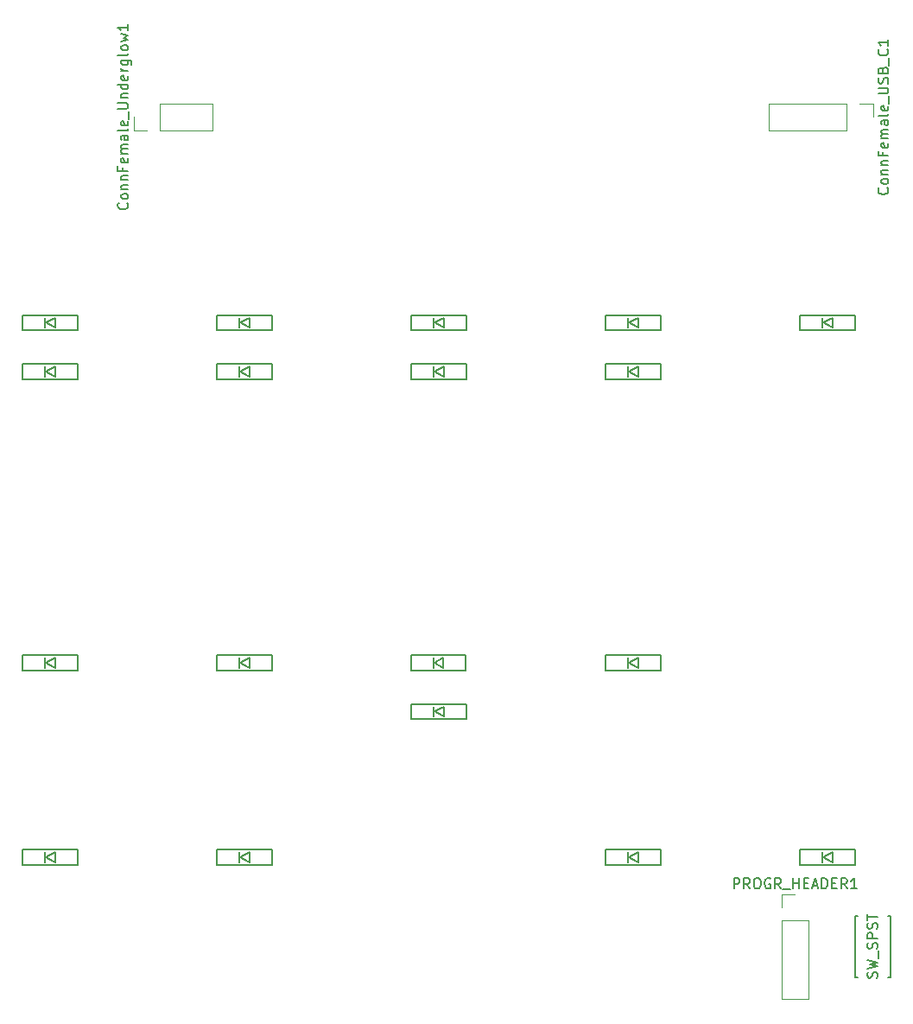
<source format=gbr>
G04 #@! TF.GenerationSoftware,KiCad,Pcbnew,(5.1.2)-2*
G04 #@! TF.CreationDate,2019-12-29T19:31:18+08:00*
G04 #@! TF.ProjectId,redox-receiver,7265646f-782d-4726-9563-65697665722e,rev?*
G04 #@! TF.SameCoordinates,Original*
G04 #@! TF.FileFunction,Legend,Top*
G04 #@! TF.FilePolarity,Positive*
%FSLAX46Y46*%
G04 Gerber Fmt 4.6, Leading zero omitted, Abs format (unit mm)*
G04 Created by KiCad (PCBNEW (5.1.2)-2) date 2019-12-29 19:31:18*
%MOMM*%
%LPD*%
G04 APERTURE LIST*
%ADD10C,0.150000*%
%ADD11C,0.120000*%
G04 APERTURE END LIST*
D10*
X168120000Y-142700000D02*
X168120000Y-136700000D01*
X168120000Y-136700000D02*
X167870000Y-136700000D01*
X168120000Y-142700000D02*
X167870000Y-142700000D01*
X164620000Y-142700000D02*
X164870000Y-142700000D01*
X164620000Y-142700000D02*
X164620000Y-136700000D01*
X164620000Y-136700000D02*
X164870000Y-136700000D01*
D11*
X93920000Y-59750000D02*
X93920000Y-58420000D01*
X95250000Y-59750000D02*
X93920000Y-59750000D01*
X96520000Y-59750000D02*
X96520000Y-57090000D01*
X96520000Y-57090000D02*
X101660000Y-57090000D01*
X96520000Y-59750000D02*
X101660000Y-59750000D01*
X101660000Y-59750000D02*
X101660000Y-57090000D01*
X157420000Y-134560000D02*
X158750000Y-134560000D01*
X157420000Y-135890000D02*
X157420000Y-134560000D01*
X157420000Y-137160000D02*
X160080000Y-137160000D01*
X160080000Y-137160000D02*
X160080000Y-144840000D01*
X157420000Y-137160000D02*
X157420000Y-144840000D01*
X157420000Y-144840000D02*
X160080000Y-144840000D01*
D10*
X159225000Y-131719000D02*
X164625000Y-131719000D01*
X164625000Y-130219000D02*
X159225000Y-130219000D01*
X159225000Y-130219000D02*
X159225000Y-131719000D01*
X164625000Y-130219000D02*
X164625000Y-131719000D01*
X162425000Y-130469000D02*
X162425000Y-131469000D01*
X162425000Y-131469000D02*
X161525000Y-130969000D01*
X161525000Y-130969000D02*
X162425000Y-130469000D01*
X161425000Y-130469000D02*
X161425000Y-131469000D01*
X140175000Y-131719000D02*
X145575000Y-131719000D01*
X145575000Y-130219000D02*
X140175000Y-130219000D01*
X140175000Y-130219000D02*
X140175000Y-131719000D01*
X145575000Y-130219000D02*
X145575000Y-131719000D01*
X143375000Y-130469000D02*
X143375000Y-131469000D01*
X143375000Y-131469000D02*
X142475000Y-130969000D01*
X142475000Y-130969000D02*
X143375000Y-130469000D01*
X142375000Y-130469000D02*
X142375000Y-131469000D01*
X121125000Y-117431000D02*
X126525000Y-117431000D01*
X126525000Y-115931000D02*
X121125000Y-115931000D01*
X121125000Y-115931000D02*
X121125000Y-117431000D01*
X126525000Y-115931000D02*
X126525000Y-117431000D01*
X124325000Y-116181000D02*
X124325000Y-117181000D01*
X124325000Y-117181000D02*
X123425000Y-116681000D01*
X123425000Y-116681000D02*
X124325000Y-116181000D01*
X123325000Y-116181000D02*
X123325000Y-117181000D01*
X102075000Y-131719000D02*
X107475000Y-131719000D01*
X107475000Y-130219000D02*
X102075000Y-130219000D01*
X102075000Y-130219000D02*
X102075000Y-131719000D01*
X107475000Y-130219000D02*
X107475000Y-131719000D01*
X105275000Y-130469000D02*
X105275000Y-131469000D01*
X105275000Y-131469000D02*
X104375000Y-130969000D01*
X104375000Y-130969000D02*
X105275000Y-130469000D01*
X104275000Y-130469000D02*
X104275000Y-131469000D01*
X83025000Y-131719000D02*
X88425000Y-131719000D01*
X88425000Y-130219000D02*
X83025000Y-130219000D01*
X83025000Y-130219000D02*
X83025000Y-131719000D01*
X88425000Y-130219000D02*
X88425000Y-131719000D01*
X86225000Y-130469000D02*
X86225000Y-131469000D01*
X86225000Y-131469000D02*
X85325000Y-130969000D01*
X85325000Y-130969000D02*
X86225000Y-130469000D01*
X85225000Y-130469000D02*
X85225000Y-131469000D01*
X140175000Y-112669000D02*
X145575000Y-112669000D01*
X145575000Y-111169000D02*
X140175000Y-111169000D01*
X140175000Y-111169000D02*
X140175000Y-112669000D01*
X145575000Y-111169000D02*
X145575000Y-112669000D01*
X143375000Y-111419000D02*
X143375000Y-112419000D01*
X143375000Y-112419000D02*
X142475000Y-111919000D01*
X142475000Y-111919000D02*
X143375000Y-111419000D01*
X142375000Y-111419000D02*
X142375000Y-112419000D01*
X121092000Y-112669000D02*
X126492000Y-112669000D01*
X126492000Y-111169000D02*
X121092000Y-111169000D01*
X121092000Y-111169000D02*
X121092000Y-112669000D01*
X126492000Y-111169000D02*
X126492000Y-112669000D01*
X124292000Y-111419000D02*
X124292000Y-112419000D01*
X124292000Y-112419000D02*
X123392000Y-111919000D01*
X123392000Y-111919000D02*
X124292000Y-111419000D01*
X123292000Y-111419000D02*
X123292000Y-112419000D01*
X102075000Y-112669000D02*
X107475000Y-112669000D01*
X107475000Y-111169000D02*
X102075000Y-111169000D01*
X102075000Y-111169000D02*
X102075000Y-112669000D01*
X107475000Y-111169000D02*
X107475000Y-112669000D01*
X105275000Y-111419000D02*
X105275000Y-112419000D01*
X105275000Y-112419000D02*
X104375000Y-111919000D01*
X104375000Y-111919000D02*
X105275000Y-111419000D01*
X104275000Y-111419000D02*
X104275000Y-112419000D01*
X83025000Y-112669000D02*
X88425000Y-112669000D01*
X88425000Y-111169000D02*
X83025000Y-111169000D01*
X83025000Y-111169000D02*
X83025000Y-112669000D01*
X88425000Y-111169000D02*
X88425000Y-112669000D01*
X86225000Y-111419000D02*
X86225000Y-112419000D01*
X86225000Y-112419000D02*
X85325000Y-111919000D01*
X85325000Y-111919000D02*
X86225000Y-111419000D01*
X85225000Y-111419000D02*
X85225000Y-112419000D01*
X140175000Y-84093800D02*
X145575000Y-84093800D01*
X145575000Y-82593800D02*
X140175000Y-82593800D01*
X140175000Y-82593800D02*
X140175000Y-84093800D01*
X145575000Y-82593800D02*
X145575000Y-84093800D01*
X143375000Y-82843800D02*
X143375000Y-83843800D01*
X143375000Y-83843800D02*
X142475000Y-83343800D01*
X142475000Y-83343800D02*
X143375000Y-82843800D01*
X142375000Y-82843800D02*
X142375000Y-83843800D01*
X121125000Y-84093800D02*
X126525000Y-84093800D01*
X126525000Y-82593800D02*
X121125000Y-82593800D01*
X121125000Y-82593800D02*
X121125000Y-84093800D01*
X126525000Y-82593800D02*
X126525000Y-84093800D01*
X124325000Y-82843800D02*
X124325000Y-83843800D01*
X124325000Y-83843800D02*
X123425000Y-83343800D01*
X123425000Y-83343800D02*
X124325000Y-82843800D01*
X123325000Y-82843800D02*
X123325000Y-83843800D01*
X102075000Y-84093800D02*
X107475000Y-84093800D01*
X107475000Y-82593800D02*
X102075000Y-82593800D01*
X102075000Y-82593800D02*
X102075000Y-84093800D01*
X107475000Y-82593800D02*
X107475000Y-84093800D01*
X105275000Y-82843800D02*
X105275000Y-83843800D01*
X105275000Y-83843800D02*
X104375000Y-83343800D01*
X104375000Y-83343800D02*
X105275000Y-82843800D01*
X104275000Y-82843800D02*
X104275000Y-83843800D01*
X83025000Y-84093800D02*
X88425000Y-84093800D01*
X88425000Y-82593800D02*
X83025000Y-82593800D01*
X83025000Y-82593800D02*
X83025000Y-84093800D01*
X88425000Y-82593800D02*
X88425000Y-84093800D01*
X86225000Y-82843800D02*
X86225000Y-83843800D01*
X86225000Y-83843800D02*
X85325000Y-83343800D01*
X85325000Y-83343800D02*
X86225000Y-82843800D01*
X85225000Y-82843800D02*
X85225000Y-83843800D01*
X159225000Y-79331200D02*
X164625000Y-79331200D01*
X164625000Y-77831200D02*
X159225000Y-77831200D01*
X159225000Y-77831200D02*
X159225000Y-79331200D01*
X164625000Y-77831200D02*
X164625000Y-79331200D01*
X162425000Y-78081200D02*
X162425000Y-79081200D01*
X162425000Y-79081200D02*
X161525000Y-78581200D01*
X161525000Y-78581200D02*
X162425000Y-78081200D01*
X161425000Y-78081200D02*
X161425000Y-79081200D01*
X140175000Y-79331200D02*
X145575000Y-79331200D01*
X145575000Y-77831200D02*
X140175000Y-77831200D01*
X140175000Y-77831200D02*
X140175000Y-79331200D01*
X145575000Y-77831200D02*
X145575000Y-79331200D01*
X143375000Y-78081200D02*
X143375000Y-79081200D01*
X143375000Y-79081200D02*
X142475000Y-78581200D01*
X142475000Y-78581200D02*
X143375000Y-78081200D01*
X142375000Y-78081200D02*
X142375000Y-79081200D01*
X121125000Y-79331200D02*
X126525000Y-79331200D01*
X126525000Y-77831200D02*
X121125000Y-77831200D01*
X121125000Y-77831200D02*
X121125000Y-79331200D01*
X126525000Y-77831200D02*
X126525000Y-79331200D01*
X124325000Y-78081200D02*
X124325000Y-79081200D01*
X124325000Y-79081200D02*
X123425000Y-78581200D01*
X123425000Y-78581200D02*
X124325000Y-78081200D01*
X123325000Y-78081200D02*
X123325000Y-79081200D01*
X102075000Y-79331200D02*
X107475000Y-79331200D01*
X107475000Y-77831200D02*
X102075000Y-77831200D01*
X102075000Y-77831200D02*
X102075000Y-79331200D01*
X107475000Y-77831200D02*
X107475000Y-79331200D01*
X105275000Y-78081200D02*
X105275000Y-79081200D01*
X105275000Y-79081200D02*
X104375000Y-78581200D01*
X104375000Y-78581200D02*
X105275000Y-78081200D01*
X104275000Y-78081200D02*
X104275000Y-79081200D01*
X83025000Y-79331200D02*
X88425000Y-79331200D01*
X88425000Y-77831200D02*
X83025000Y-77831200D01*
X83025000Y-77831200D02*
X83025000Y-79331200D01*
X88425000Y-77831200D02*
X88425000Y-79331200D01*
X86225000Y-78081200D02*
X86225000Y-79081200D01*
X86225000Y-79081200D02*
X85325000Y-78581200D01*
X85325000Y-78581200D02*
X86225000Y-78081200D01*
X85225000Y-78081200D02*
X85225000Y-79081200D01*
D11*
X166430000Y-57090000D02*
X166430000Y-58420000D01*
X165100000Y-57090000D02*
X166430000Y-57090000D01*
X163830000Y-57090000D02*
X163830000Y-59750000D01*
X163830000Y-59750000D02*
X156150000Y-59750000D01*
X163830000Y-57090000D02*
X156150000Y-57090000D01*
X156150000Y-57090000D02*
X156150000Y-59750000D01*
D10*
X166774761Y-142771428D02*
X166822380Y-142628571D01*
X166822380Y-142390476D01*
X166774761Y-142295238D01*
X166727142Y-142247619D01*
X166631904Y-142200000D01*
X166536666Y-142200000D01*
X166441428Y-142247619D01*
X166393809Y-142295238D01*
X166346190Y-142390476D01*
X166298571Y-142580952D01*
X166250952Y-142676190D01*
X166203333Y-142723809D01*
X166108095Y-142771428D01*
X166012857Y-142771428D01*
X165917619Y-142723809D01*
X165870000Y-142676190D01*
X165822380Y-142580952D01*
X165822380Y-142342857D01*
X165870000Y-142200000D01*
X165822380Y-141866666D02*
X166822380Y-141628571D01*
X166108095Y-141438095D01*
X166822380Y-141247619D01*
X165822380Y-141009523D01*
X166917619Y-140866666D02*
X166917619Y-140104761D01*
X166774761Y-139914285D02*
X166822380Y-139771428D01*
X166822380Y-139533333D01*
X166774761Y-139438095D01*
X166727142Y-139390476D01*
X166631904Y-139342857D01*
X166536666Y-139342857D01*
X166441428Y-139390476D01*
X166393809Y-139438095D01*
X166346190Y-139533333D01*
X166298571Y-139723809D01*
X166250952Y-139819047D01*
X166203333Y-139866666D01*
X166108095Y-139914285D01*
X166012857Y-139914285D01*
X165917619Y-139866666D01*
X165870000Y-139819047D01*
X165822380Y-139723809D01*
X165822380Y-139485714D01*
X165870000Y-139342857D01*
X166822380Y-138914285D02*
X165822380Y-138914285D01*
X165822380Y-138533333D01*
X165870000Y-138438095D01*
X165917619Y-138390476D01*
X166012857Y-138342857D01*
X166155714Y-138342857D01*
X166250952Y-138390476D01*
X166298571Y-138438095D01*
X166346190Y-138533333D01*
X166346190Y-138914285D01*
X166774761Y-137961904D02*
X166822380Y-137819047D01*
X166822380Y-137580952D01*
X166774761Y-137485714D01*
X166727142Y-137438095D01*
X166631904Y-137390476D01*
X166536666Y-137390476D01*
X166441428Y-137438095D01*
X166393809Y-137485714D01*
X166346190Y-137580952D01*
X166298571Y-137771428D01*
X166250952Y-137866666D01*
X166203333Y-137914285D01*
X166108095Y-137961904D01*
X166012857Y-137961904D01*
X165917619Y-137914285D01*
X165870000Y-137866666D01*
X165822380Y-137771428D01*
X165822380Y-137533333D01*
X165870000Y-137390476D01*
X165822380Y-137104761D02*
X165822380Y-136533333D01*
X166822380Y-136819047D02*
X165822380Y-136819047D01*
X93277142Y-66848571D02*
X93324761Y-66896190D01*
X93372380Y-67039047D01*
X93372380Y-67134285D01*
X93324761Y-67277142D01*
X93229523Y-67372380D01*
X93134285Y-67420000D01*
X92943809Y-67467619D01*
X92800952Y-67467619D01*
X92610476Y-67420000D01*
X92515238Y-67372380D01*
X92420000Y-67277142D01*
X92372380Y-67134285D01*
X92372380Y-67039047D01*
X92420000Y-66896190D01*
X92467619Y-66848571D01*
X93372380Y-66277142D02*
X93324761Y-66372380D01*
X93277142Y-66420000D01*
X93181904Y-66467619D01*
X92896190Y-66467619D01*
X92800952Y-66420000D01*
X92753333Y-66372380D01*
X92705714Y-66277142D01*
X92705714Y-66134285D01*
X92753333Y-66039047D01*
X92800952Y-65991428D01*
X92896190Y-65943809D01*
X93181904Y-65943809D01*
X93277142Y-65991428D01*
X93324761Y-66039047D01*
X93372380Y-66134285D01*
X93372380Y-66277142D01*
X92705714Y-65515238D02*
X93372380Y-65515238D01*
X92800952Y-65515238D02*
X92753333Y-65467619D01*
X92705714Y-65372380D01*
X92705714Y-65229523D01*
X92753333Y-65134285D01*
X92848571Y-65086666D01*
X93372380Y-65086666D01*
X92705714Y-64610476D02*
X93372380Y-64610476D01*
X92800952Y-64610476D02*
X92753333Y-64562857D01*
X92705714Y-64467619D01*
X92705714Y-64324761D01*
X92753333Y-64229523D01*
X92848571Y-64181904D01*
X93372380Y-64181904D01*
X92848571Y-63372380D02*
X92848571Y-63705714D01*
X93372380Y-63705714D02*
X92372380Y-63705714D01*
X92372380Y-63229523D01*
X93324761Y-62467619D02*
X93372380Y-62562857D01*
X93372380Y-62753333D01*
X93324761Y-62848571D01*
X93229523Y-62896190D01*
X92848571Y-62896190D01*
X92753333Y-62848571D01*
X92705714Y-62753333D01*
X92705714Y-62562857D01*
X92753333Y-62467619D01*
X92848571Y-62420000D01*
X92943809Y-62420000D01*
X93039047Y-62896190D01*
X93372380Y-61991428D02*
X92705714Y-61991428D01*
X92800952Y-61991428D02*
X92753333Y-61943809D01*
X92705714Y-61848571D01*
X92705714Y-61705714D01*
X92753333Y-61610476D01*
X92848571Y-61562857D01*
X93372380Y-61562857D01*
X92848571Y-61562857D02*
X92753333Y-61515238D01*
X92705714Y-61420000D01*
X92705714Y-61277142D01*
X92753333Y-61181904D01*
X92848571Y-61134285D01*
X93372380Y-61134285D01*
X93372380Y-60229523D02*
X92848571Y-60229523D01*
X92753333Y-60277142D01*
X92705714Y-60372380D01*
X92705714Y-60562857D01*
X92753333Y-60658095D01*
X93324761Y-60229523D02*
X93372380Y-60324761D01*
X93372380Y-60562857D01*
X93324761Y-60658095D01*
X93229523Y-60705714D01*
X93134285Y-60705714D01*
X93039047Y-60658095D01*
X92991428Y-60562857D01*
X92991428Y-60324761D01*
X92943809Y-60229523D01*
X93372380Y-59610476D02*
X93324761Y-59705714D01*
X93229523Y-59753333D01*
X92372380Y-59753333D01*
X93324761Y-58848571D02*
X93372380Y-58943809D01*
X93372380Y-59134285D01*
X93324761Y-59229523D01*
X93229523Y-59277142D01*
X92848571Y-59277142D01*
X92753333Y-59229523D01*
X92705714Y-59134285D01*
X92705714Y-58943809D01*
X92753333Y-58848571D01*
X92848571Y-58800952D01*
X92943809Y-58800952D01*
X93039047Y-59277142D01*
X93467619Y-58610476D02*
X93467619Y-57848571D01*
X92372380Y-57610476D02*
X93181904Y-57610476D01*
X93277142Y-57562857D01*
X93324761Y-57515238D01*
X93372380Y-57420000D01*
X93372380Y-57229523D01*
X93324761Y-57134285D01*
X93277142Y-57086666D01*
X93181904Y-57039047D01*
X92372380Y-57039047D01*
X92705714Y-56562857D02*
X93372380Y-56562857D01*
X92800952Y-56562857D02*
X92753333Y-56515238D01*
X92705714Y-56420000D01*
X92705714Y-56277142D01*
X92753333Y-56181904D01*
X92848571Y-56134285D01*
X93372380Y-56134285D01*
X93372380Y-55229523D02*
X92372380Y-55229523D01*
X93324761Y-55229523D02*
X93372380Y-55324761D01*
X93372380Y-55515238D01*
X93324761Y-55610476D01*
X93277142Y-55658095D01*
X93181904Y-55705714D01*
X92896190Y-55705714D01*
X92800952Y-55658095D01*
X92753333Y-55610476D01*
X92705714Y-55515238D01*
X92705714Y-55324761D01*
X92753333Y-55229523D01*
X93324761Y-54372380D02*
X93372380Y-54467619D01*
X93372380Y-54658095D01*
X93324761Y-54753333D01*
X93229523Y-54800952D01*
X92848571Y-54800952D01*
X92753333Y-54753333D01*
X92705714Y-54658095D01*
X92705714Y-54467619D01*
X92753333Y-54372380D01*
X92848571Y-54324761D01*
X92943809Y-54324761D01*
X93039047Y-54800952D01*
X93372380Y-53896190D02*
X92705714Y-53896190D01*
X92896190Y-53896190D02*
X92800952Y-53848571D01*
X92753333Y-53800952D01*
X92705714Y-53705714D01*
X92705714Y-53610476D01*
X92705714Y-52848571D02*
X93515238Y-52848571D01*
X93610476Y-52896190D01*
X93658095Y-52943809D01*
X93705714Y-53039047D01*
X93705714Y-53181904D01*
X93658095Y-53277142D01*
X93324761Y-52848571D02*
X93372380Y-52943809D01*
X93372380Y-53134285D01*
X93324761Y-53229523D01*
X93277142Y-53277142D01*
X93181904Y-53324761D01*
X92896190Y-53324761D01*
X92800952Y-53277142D01*
X92753333Y-53229523D01*
X92705714Y-53134285D01*
X92705714Y-52943809D01*
X92753333Y-52848571D01*
X93372380Y-52229523D02*
X93324761Y-52324761D01*
X93229523Y-52372380D01*
X92372380Y-52372380D01*
X93372380Y-51705714D02*
X93324761Y-51800952D01*
X93277142Y-51848571D01*
X93181904Y-51896190D01*
X92896190Y-51896190D01*
X92800952Y-51848571D01*
X92753333Y-51800952D01*
X92705714Y-51705714D01*
X92705714Y-51562857D01*
X92753333Y-51467619D01*
X92800952Y-51420000D01*
X92896190Y-51372380D01*
X93181904Y-51372380D01*
X93277142Y-51420000D01*
X93324761Y-51467619D01*
X93372380Y-51562857D01*
X93372380Y-51705714D01*
X92705714Y-51039047D02*
X93372380Y-50848571D01*
X92896190Y-50658095D01*
X93372380Y-50467619D01*
X92705714Y-50277142D01*
X93372380Y-49372380D02*
X93372380Y-49943809D01*
X93372380Y-49658095D02*
X92372380Y-49658095D01*
X92515238Y-49753333D01*
X92610476Y-49848571D01*
X92658095Y-49943809D01*
X152750000Y-134012380D02*
X152750000Y-133012380D01*
X153130952Y-133012380D01*
X153226190Y-133060000D01*
X153273809Y-133107619D01*
X153321428Y-133202857D01*
X153321428Y-133345714D01*
X153273809Y-133440952D01*
X153226190Y-133488571D01*
X153130952Y-133536190D01*
X152750000Y-133536190D01*
X154321428Y-134012380D02*
X153988095Y-133536190D01*
X153750000Y-134012380D02*
X153750000Y-133012380D01*
X154130952Y-133012380D01*
X154226190Y-133060000D01*
X154273809Y-133107619D01*
X154321428Y-133202857D01*
X154321428Y-133345714D01*
X154273809Y-133440952D01*
X154226190Y-133488571D01*
X154130952Y-133536190D01*
X153750000Y-133536190D01*
X154940476Y-133012380D02*
X155130952Y-133012380D01*
X155226190Y-133060000D01*
X155321428Y-133155238D01*
X155369047Y-133345714D01*
X155369047Y-133679047D01*
X155321428Y-133869523D01*
X155226190Y-133964761D01*
X155130952Y-134012380D01*
X154940476Y-134012380D01*
X154845238Y-133964761D01*
X154750000Y-133869523D01*
X154702380Y-133679047D01*
X154702380Y-133345714D01*
X154750000Y-133155238D01*
X154845238Y-133060000D01*
X154940476Y-133012380D01*
X156321428Y-133060000D02*
X156226190Y-133012380D01*
X156083333Y-133012380D01*
X155940476Y-133060000D01*
X155845238Y-133155238D01*
X155797619Y-133250476D01*
X155750000Y-133440952D01*
X155750000Y-133583809D01*
X155797619Y-133774285D01*
X155845238Y-133869523D01*
X155940476Y-133964761D01*
X156083333Y-134012380D01*
X156178571Y-134012380D01*
X156321428Y-133964761D01*
X156369047Y-133917142D01*
X156369047Y-133583809D01*
X156178571Y-133583809D01*
X157369047Y-134012380D02*
X157035714Y-133536190D01*
X156797619Y-134012380D02*
X156797619Y-133012380D01*
X157178571Y-133012380D01*
X157273809Y-133060000D01*
X157321428Y-133107619D01*
X157369047Y-133202857D01*
X157369047Y-133345714D01*
X157321428Y-133440952D01*
X157273809Y-133488571D01*
X157178571Y-133536190D01*
X156797619Y-133536190D01*
X157559523Y-134107619D02*
X158321428Y-134107619D01*
X158559523Y-134012380D02*
X158559523Y-133012380D01*
X158559523Y-133488571D02*
X159130952Y-133488571D01*
X159130952Y-134012380D02*
X159130952Y-133012380D01*
X159607142Y-133488571D02*
X159940476Y-133488571D01*
X160083333Y-134012380D02*
X159607142Y-134012380D01*
X159607142Y-133012380D01*
X160083333Y-133012380D01*
X160464285Y-133726666D02*
X160940476Y-133726666D01*
X160369047Y-134012380D02*
X160702380Y-133012380D01*
X161035714Y-134012380D01*
X161369047Y-134012380D02*
X161369047Y-133012380D01*
X161607142Y-133012380D01*
X161750000Y-133060000D01*
X161845238Y-133155238D01*
X161892857Y-133250476D01*
X161940476Y-133440952D01*
X161940476Y-133583809D01*
X161892857Y-133774285D01*
X161845238Y-133869523D01*
X161750000Y-133964761D01*
X161607142Y-134012380D01*
X161369047Y-134012380D01*
X162369047Y-133488571D02*
X162702380Y-133488571D01*
X162845238Y-134012380D02*
X162369047Y-134012380D01*
X162369047Y-133012380D01*
X162845238Y-133012380D01*
X163845238Y-134012380D02*
X163511904Y-133536190D01*
X163273809Y-134012380D02*
X163273809Y-133012380D01*
X163654761Y-133012380D01*
X163750000Y-133060000D01*
X163797619Y-133107619D01*
X163845238Y-133202857D01*
X163845238Y-133345714D01*
X163797619Y-133440952D01*
X163750000Y-133488571D01*
X163654761Y-133536190D01*
X163273809Y-133536190D01*
X164797619Y-134012380D02*
X164226190Y-134012380D01*
X164511904Y-134012380D02*
X164511904Y-133012380D01*
X164416666Y-133155238D01*
X164321428Y-133250476D01*
X164226190Y-133298095D01*
X167787142Y-65372380D02*
X167834761Y-65420000D01*
X167882380Y-65562857D01*
X167882380Y-65658095D01*
X167834761Y-65800952D01*
X167739523Y-65896190D01*
X167644285Y-65943809D01*
X167453809Y-65991428D01*
X167310952Y-65991428D01*
X167120476Y-65943809D01*
X167025238Y-65896190D01*
X166930000Y-65800952D01*
X166882380Y-65658095D01*
X166882380Y-65562857D01*
X166930000Y-65420000D01*
X166977619Y-65372380D01*
X167882380Y-64800952D02*
X167834761Y-64896190D01*
X167787142Y-64943809D01*
X167691904Y-64991428D01*
X167406190Y-64991428D01*
X167310952Y-64943809D01*
X167263333Y-64896190D01*
X167215714Y-64800952D01*
X167215714Y-64658095D01*
X167263333Y-64562857D01*
X167310952Y-64515238D01*
X167406190Y-64467619D01*
X167691904Y-64467619D01*
X167787142Y-64515238D01*
X167834761Y-64562857D01*
X167882380Y-64658095D01*
X167882380Y-64800952D01*
X167215714Y-64039047D02*
X167882380Y-64039047D01*
X167310952Y-64039047D02*
X167263333Y-63991428D01*
X167215714Y-63896190D01*
X167215714Y-63753333D01*
X167263333Y-63658095D01*
X167358571Y-63610476D01*
X167882380Y-63610476D01*
X167215714Y-63134285D02*
X167882380Y-63134285D01*
X167310952Y-63134285D02*
X167263333Y-63086666D01*
X167215714Y-62991428D01*
X167215714Y-62848571D01*
X167263333Y-62753333D01*
X167358571Y-62705714D01*
X167882380Y-62705714D01*
X167358571Y-61896190D02*
X167358571Y-62229523D01*
X167882380Y-62229523D02*
X166882380Y-62229523D01*
X166882380Y-61753333D01*
X167834761Y-60991428D02*
X167882380Y-61086666D01*
X167882380Y-61277142D01*
X167834761Y-61372380D01*
X167739523Y-61420000D01*
X167358571Y-61420000D01*
X167263333Y-61372380D01*
X167215714Y-61277142D01*
X167215714Y-61086666D01*
X167263333Y-60991428D01*
X167358571Y-60943809D01*
X167453809Y-60943809D01*
X167549047Y-61420000D01*
X167882380Y-60515238D02*
X167215714Y-60515238D01*
X167310952Y-60515238D02*
X167263333Y-60467619D01*
X167215714Y-60372380D01*
X167215714Y-60229523D01*
X167263333Y-60134285D01*
X167358571Y-60086666D01*
X167882380Y-60086666D01*
X167358571Y-60086666D02*
X167263333Y-60039047D01*
X167215714Y-59943809D01*
X167215714Y-59800952D01*
X167263333Y-59705714D01*
X167358571Y-59658095D01*
X167882380Y-59658095D01*
X167882380Y-58753333D02*
X167358571Y-58753333D01*
X167263333Y-58800952D01*
X167215714Y-58896190D01*
X167215714Y-59086666D01*
X167263333Y-59181904D01*
X167834761Y-58753333D02*
X167882380Y-58848571D01*
X167882380Y-59086666D01*
X167834761Y-59181904D01*
X167739523Y-59229523D01*
X167644285Y-59229523D01*
X167549047Y-59181904D01*
X167501428Y-59086666D01*
X167501428Y-58848571D01*
X167453809Y-58753333D01*
X167882380Y-58134285D02*
X167834761Y-58229523D01*
X167739523Y-58277142D01*
X166882380Y-58277142D01*
X167834761Y-57372380D02*
X167882380Y-57467619D01*
X167882380Y-57658095D01*
X167834761Y-57753333D01*
X167739523Y-57800952D01*
X167358571Y-57800952D01*
X167263333Y-57753333D01*
X167215714Y-57658095D01*
X167215714Y-57467619D01*
X167263333Y-57372380D01*
X167358571Y-57324761D01*
X167453809Y-57324761D01*
X167549047Y-57800952D01*
X167977619Y-57134285D02*
X167977619Y-56372380D01*
X166882380Y-56134285D02*
X167691904Y-56134285D01*
X167787142Y-56086666D01*
X167834761Y-56039047D01*
X167882380Y-55943809D01*
X167882380Y-55753333D01*
X167834761Y-55658095D01*
X167787142Y-55610476D01*
X167691904Y-55562857D01*
X166882380Y-55562857D01*
X167834761Y-55134285D02*
X167882380Y-54991428D01*
X167882380Y-54753333D01*
X167834761Y-54658095D01*
X167787142Y-54610476D01*
X167691904Y-54562857D01*
X167596666Y-54562857D01*
X167501428Y-54610476D01*
X167453809Y-54658095D01*
X167406190Y-54753333D01*
X167358571Y-54943809D01*
X167310952Y-55039047D01*
X167263333Y-55086666D01*
X167168095Y-55134285D01*
X167072857Y-55134285D01*
X166977619Y-55086666D01*
X166930000Y-55039047D01*
X166882380Y-54943809D01*
X166882380Y-54705714D01*
X166930000Y-54562857D01*
X167358571Y-53800952D02*
X167406190Y-53658095D01*
X167453809Y-53610476D01*
X167549047Y-53562857D01*
X167691904Y-53562857D01*
X167787142Y-53610476D01*
X167834761Y-53658095D01*
X167882380Y-53753333D01*
X167882380Y-54134285D01*
X166882380Y-54134285D01*
X166882380Y-53800952D01*
X166930000Y-53705714D01*
X166977619Y-53658095D01*
X167072857Y-53610476D01*
X167168095Y-53610476D01*
X167263333Y-53658095D01*
X167310952Y-53705714D01*
X167358571Y-53800952D01*
X167358571Y-54134285D01*
X167977619Y-53372380D02*
X167977619Y-52610476D01*
X167787142Y-51800952D02*
X167834761Y-51848571D01*
X167882380Y-51991428D01*
X167882380Y-52086666D01*
X167834761Y-52229523D01*
X167739523Y-52324761D01*
X167644285Y-52372380D01*
X167453809Y-52420000D01*
X167310952Y-52420000D01*
X167120476Y-52372380D01*
X167025238Y-52324761D01*
X166930000Y-52229523D01*
X166882380Y-52086666D01*
X166882380Y-51991428D01*
X166930000Y-51848571D01*
X166977619Y-51800952D01*
X167882380Y-50848571D02*
X167882380Y-51420000D01*
X167882380Y-51134285D02*
X166882380Y-51134285D01*
X167025238Y-51229523D01*
X167120476Y-51324761D01*
X167168095Y-51420000D01*
M02*

</source>
